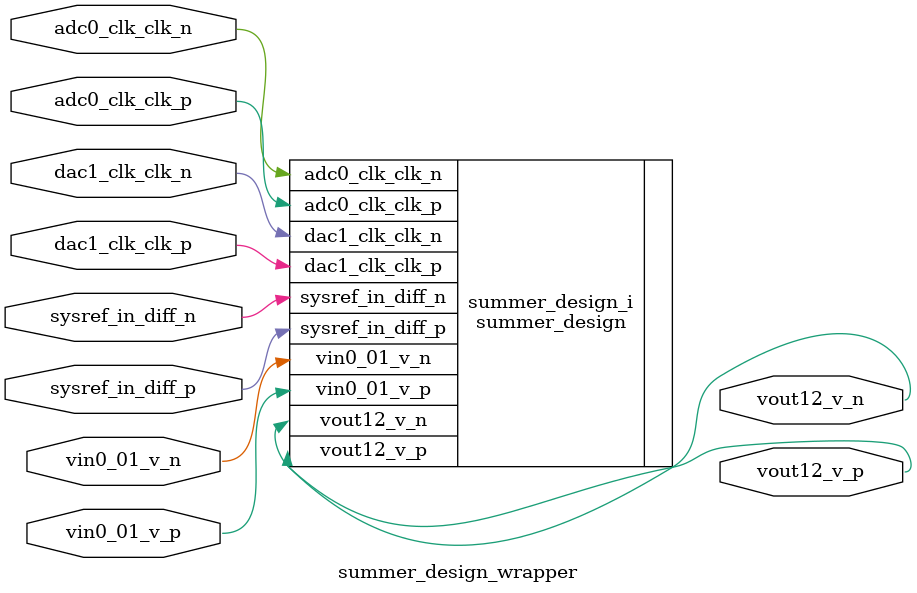
<source format=v>
`timescale 1 ps / 1 ps

module summer_design_wrapper
   (adc0_clk_clk_n,
    adc0_clk_clk_p,
    dac1_clk_clk_n,
    dac1_clk_clk_p,
    sysref_in_diff_n,
    sysref_in_diff_p,
    vin0_01_v_n,
    vin0_01_v_p,
    vout12_v_n,
    vout12_v_p);
  input adc0_clk_clk_n;
  input adc0_clk_clk_p;
  input dac1_clk_clk_n;
  input dac1_clk_clk_p;
  input sysref_in_diff_n;
  input sysref_in_diff_p;
  input vin0_01_v_n;
  input vin0_01_v_p;
  output vout12_v_n;
  output vout12_v_p;

  wire adc0_clk_clk_n;
  wire adc0_clk_clk_p;
  wire dac1_clk_clk_n;
  wire dac1_clk_clk_p;
  wire sysref_in_diff_n;
  wire sysref_in_diff_p;
  wire vin0_01_v_n;
  wire vin0_01_v_p;
  wire vout12_v_n;
  wire vout12_v_p;

  summer_design summer_design_i
       (.adc0_clk_clk_n(adc0_clk_clk_n),
        .adc0_clk_clk_p(adc0_clk_clk_p),
        .dac1_clk_clk_n(dac1_clk_clk_n),
        .dac1_clk_clk_p(dac1_clk_clk_p),
        .sysref_in_diff_n(sysref_in_diff_n),
        .sysref_in_diff_p(sysref_in_diff_p),
        .vin0_01_v_n(vin0_01_v_n),
        .vin0_01_v_p(vin0_01_v_p),
        .vout12_v_n(vout12_v_n),
        .vout12_v_p(vout12_v_p));
endmodule

</source>
